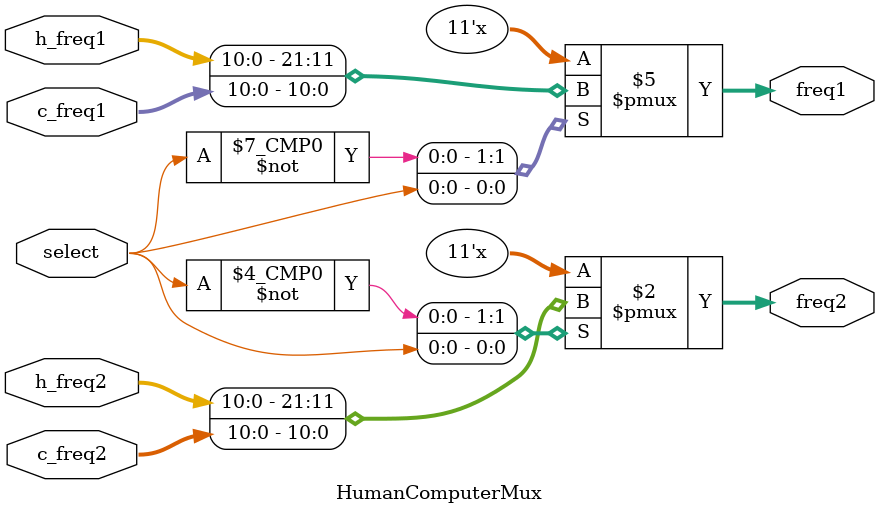
<source format=sv>
module HumanComputerMux	(input [10:0]h_freq1,
								 input [10:0]h_freq2,
								 input [10:0]c_freq1,
								 input [10:0]c_freq2,
								 input select,//0 for human 1 for computer
								 output logic [10:0]freq1,
								 output logic [10:0]freq2);
always @ (*)
begin
case(select)
  1'b0:begin
      freq1 <= h_freq1;
		freq2 <= h_freq2;
		end 
  1'b1:begin
      freq1 <= c_freq1;
		freq2 <= c_freq2;
		end
endcase
end


endmodule
</source>
